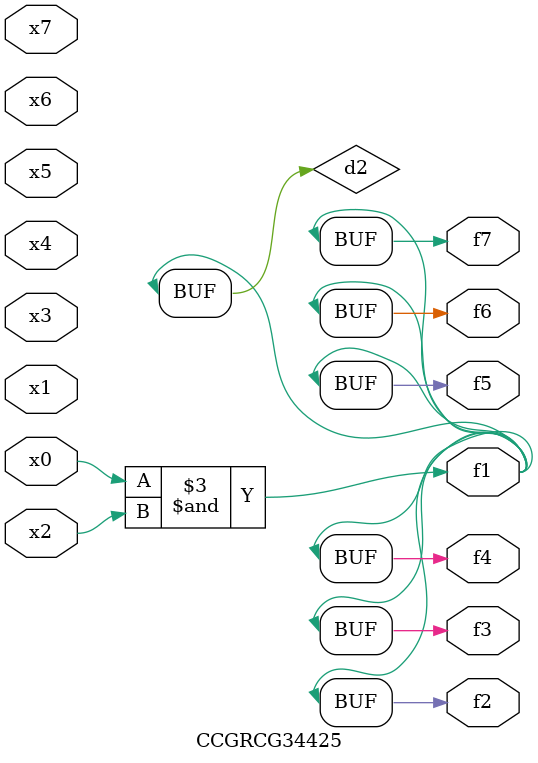
<source format=v>
module CCGRCG34425(
	input x0, x1, x2, x3, x4, x5, x6, x7,
	output f1, f2, f3, f4, f5, f6, f7
);

	wire d1, d2;

	nor (d1, x3, x6);
	and (d2, x0, x2);
	assign f1 = d2;
	assign f2 = d2;
	assign f3 = d2;
	assign f4 = d2;
	assign f5 = d2;
	assign f6 = d2;
	assign f7 = d2;
endmodule

</source>
